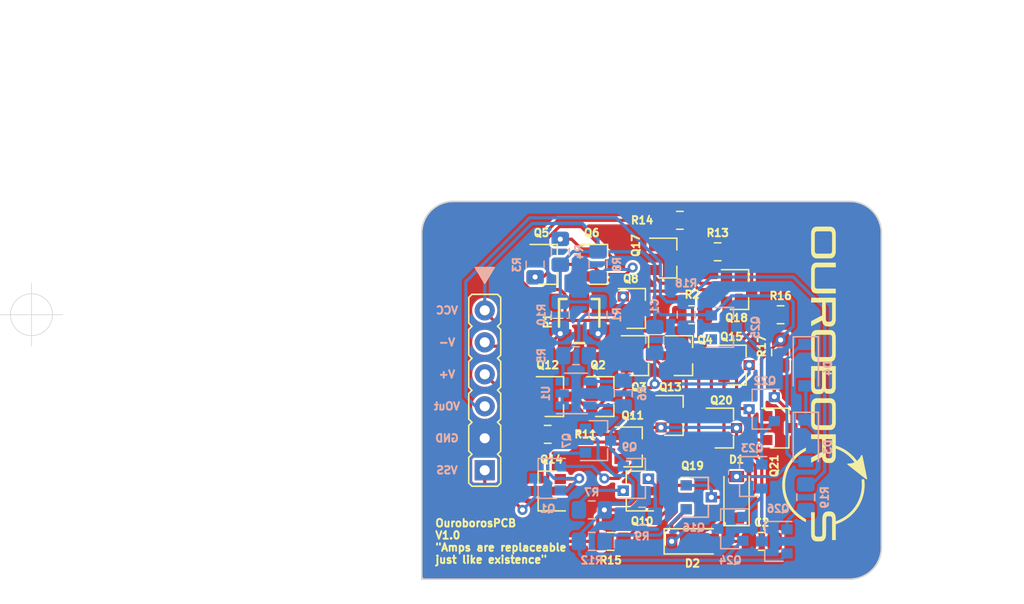
<source format=kicad_pcb>
(kicad_pcb (version 20221018) (generator pcbnew)
  (layers (0 "F.Cu" signal) (31 "B.Cu" signal) (34 "B.Paste" user) (35 "F.Paste" user) (36 "B.SilkS" user "B.Silkscreen") (37 "F.SilkS" user "F.Silkscreen") (38 "B.Mask" user) (39 "F.Mask" user) (44 "Edge.Cuts" user))
  (net 0 "")
  (net 1 "VCC")
  (net 2 "1+")
  (net 3 "1-")
  (net 4 "Net-(C2-Pad2)")
  (net 5 "Net-(D1-Pad2)")
  (net 6 "Net-(D2-Pad1)")
  (net 7 "Vout")
  (net 8 "GND")
  (net 9 "V+")
  (net 10 "VSS")
  (net 11 "Net-(P1-Pad1)")
  (net 12 "Net-(P1-Pad3)")
  (net 13 "Net-(P1-Pad2)")
  (net 14 "Net-(Q1-Pad2)")
  (net 15 "Net-(Q1-Pad1)")
  (net 16 "Net-(Q3-Pad1)")
  (net 17 "Net-(Q11-Pad2)")
  (net 18 "Net-(Q5-Pad2)")
  (net 19 "Net-(Q5-Pad3)")
  (net 20 "Net-(Q7-Pad3)")
  (net 21 "Net-(Q8-Pad1)")
  (net 22 "Net-(Q10-Pad2)")
  (net 23 "Net-(Q10-Pad3)")
  (net 24 "Net-(Q11-Pad1)")
  (net 25 "Net-(Q14-Pad1)")
  (net 26 "Net-(Q15-Pad1)")
  (net 27 "Net-(Q15-Pad2)")
  (net 28 "Net-(Q16-Pad1)")
  (net 29 "Net-(Q17-Pad2)")
  (net 30 "Net-(Q17-Pad3)")
  (net 31 "Net-(Q19-Pad1)")
  (net 32 "Net-(Q21-Pad3)")
  (net 33 "Net-(Q21-Pad2)")
  (net 34 "Net-(Q22-Pad2)")
  (net 35 "Net-(Q23-Pad2)")
  (net 36 "Net-(Q25-Pad1)")
  (net 37 "Net-(Q26-Pad1)")
  (net 38 "Net-(R5-Pad1)")
  (net 39 "V-")
  (footprint "Capacitor_SMD:C_0805_2012Metric_Pad1.15x1.40mm_HandSolder" (layer "F.Cu") (at 116 86 180)
    (fp_text reference "C2")
    (fp_text value "33p")
  )
  (footprint "Diode_SMD:D_SOD-123" (layer "F.Cu") (at 114 82.5 90)
    (fp_text reference "D1")
    (fp_text value "1N4148W")
  )
  (footprint "Diode_SMD:D_SOD-123" (layer "F.Cu") (at 110.5 86)
    (fp_text reference "D2")
    (fp_text value "1N4148W")
  )
  (footprint "acheronConnectors:angle6pinHeader" (layer "F.Cu") (at 94 74 90)
    (fp_text reference "J1")
    (fp_text value "Conn_01x06_Male")
  )
  (footprint "acheronHardware:3313J" (layer "F.Cu") (at 101.5 68.5)
    (fp_text reference "P1")
    (fp_text value "100k")
  )
  (footprint "Package_TO_SOT_SMD:SOT-23" (layer "F.Cu") (at 103.5 74.5)
    (fp_text reference "Q2")
    (fp_text value "2SA1015")
  )
  (footprint "Package_TO_SOT_SMD:SOT-23" (layer "F.Cu") (at 106.25 71.25)
    (fp_text reference "Q3")
    (fp_text value "2SC1815")
  )
  (footprint "Package_TO_SOT_SMD:SOT-23" (layer "F.Cu") (at 106 67.5)
    (fp_text reference "Q8")
    (fp_text value "2SC1815")
  )
  (footprint "Package_TO_SOT_SMD:SOT-23" (layer "F.Cu") (at 106 82 180)
    (fp_text reference "Q10")
    (fp_text value "2SC1815")
  )
  (footprint "Package_TO_SOT_SMD:SOT-23" (layer "F.Cu") (at 105.75 78.5)
    (fp_text reference "Q11")
    (fp_text value "2SC1815")
  )
  (footprint "Package_TO_SOT_SMD:SOT-23" (layer "F.Cu") (at 114 72)
    (fp_text reference "Q15")
    (fp_text value "2SA1015")
  )
  (footprint "Package_TO_SOT_SMD:SOT-23" (layer "F.Cu") (at 114.2 66)
    (fp_text reference "Q18")
    (fp_text value "2SA1015")
  )
  (footprint "Package_TO_SOT_SMD:SOT-23" (layer "F.Cu") (at 111 82.5)
    (fp_text reference "Q19")
    (fp_text value "2SC1815")
  )
  (footprint "Package_TO_SOT_SMD:SOT-23" (layer "F.Cu") (at 113 77)
    (fp_text reference "Q20")
    (fp_text value "2SA1015")
  )
  (footprint "Resistor_SMD:R_0805_2012Metric_Pad1.15x1.40mm_HandSolder" (layer "F.Cu") (at 110.475 68 180)
    (fp_text reference "R2")
    (fp_text value "10R")
  )
  (footprint "Resistor_SMD:R_0805_2012Metric_Pad1.15x1.40mm_HandSolder" (layer "F.Cu") (at 99 77.5)
    (fp_text reference "R11")
    (fp_text value "10R")
  )
  (footprint "Resistor_SMD:R_0805_2012Metric_Pad1.15x1.40mm_HandSolder" (layer "F.Cu") (at 112.5 63)
    (fp_text reference "R13")
    (fp_text value "2k")
  )
  (footprint "Resistor_SMD:R_0805_2012Metric_Pad1.15x1.40mm_HandSolder" (layer "F.Cu") (at 109.5 60.5)
    (fp_text reference "R14")
    (fp_text value "33R")
  )
  (footprint "Resistor_SMD:R_0805_2012Metric_Pad1.15x1.40mm_HandSolder" (layer "F.Cu") (at 104 86)
    (fp_text reference "R15")
    (fp_text value "1R")
  )
  (footprint "Resistor_SMD:R_0805_2012Metric_Pad1.15x1.40mm_HandSolder" (layer "F.Cu") (at 117.5 68 180)
    (fp_text reference "R16")
    (fp_text value "2k")
  )
  (footprint "Resistor_SMD:R_0805_2012Metric_Pad1.15x1.40mm_HandSolder" (layer "F.Cu") (at 117.5 71 -90)
    (fp_text reference "R17")
    (fp_text value "1k")
  )
  (footprint "Package_TO_SOT_SMD:SOT-23" (layer "F.Cu") (at 103 64)
    (fp_text reference "Q6")
    (fp_text value "2SA1015")
  )
  (footprint "Package_TO_SOT_SMD:SOT-23" (layer "F.Cu") (at 109 76)
    (fp_text reference "Q13")
    (fp_text value "2SC1815")
  )
  (footprint "Package_TO_SOT_SMD:SOT-23" (layer "F.Cu") (at 109.75 71.25)
    (fp_text reference "Q4")
    (fp_text value "2SC1815")
  )
  (footprint "Package_TO_SOT_SMD:SOT-23" (layer "F.Cu") (at 99.5 74.5)
    (fp_text reference "Q12")
    (fp_text value "2SA1015")
  )
  (footprint "Package_TO_SOT_SMD:SOT-23" (layer "F.Cu") (at 108.5 63.5)
    (fp_text reference "Q17")
    (fp_text value "2SA1015")
  )
  (footprint "Package_TO_SOT_SMD:SOT-23" (layer "F.Cu") (at 99 64)
    (fp_text reference "Q5")
    (fp_text value "2SA1015")
  )
  (footprint "Package_TO_SOT_SMD:SOT-23" (layer "F.Cu") (at 99 82 180)
    (fp_text reference "Q14")
    (fp_text value "2SA1015")
  )
  (footprint "ouroborosLogo:ouroboros" (layer "F.Cu") (at 121 73.5 -90)
    (fp_text reference "L1" hide)
    (fp_text value "MountingHole" hide)
  )
  (footprint "Package_TO_SOT_SMD:SOT-23" (layer "F.Cu") (at 117.4 77)
    (fp_text reference "Q21")
    (fp_text value "2SA1015")
  )
  (footprint "Diode_SMD:D_SOD-123" (layer "B.Cu") (at 119.5 72 -90)
    (fp_text reference "D4")
    (fp_text value "1N4148W")
  )
  (footprint "Package_TO_SOT_SMD:SOT-23" (layer "B.Cu") (at 103 78)
    (fp_text reference "Q7")
    (fp_text value "2SA1015")
  )
  (footprint "Package_TO_SOT_SMD:SOT-23" (layer "B.Cu") (at 106 81)
    (fp_text reference "Q9")
    (fp_text value "2SC1815")
  )
  (footprint "Package_TO_SOT_SMD:SOT-23" (layer "B.Cu") (at 111 82.5)
    (fp_text reference "Q16")
    (fp_text value "2SC1815")
  )
  (footprint "Package_TO_SOT_SMD:SOT-23" (layer "B.Cu") (at 116 75.5 180)
    (fp_text reference "Q22")
    (fp_text value "2SA1015")
  )
  (footprint "Package_TO_SOT_SMD:SOT-23" (layer "B.Cu") (at 115 80.85 180)
    (fp_text reference "Q23")
    (fp_text value "2SA1015")
  )
  (footprint "Package_TO_SOT_SMD:SOT-23" (layer "B.Cu") (at 113 69)
    (fp_text reference "Q25")
    (fp_text value "2SC1815")
  )
  (footprint "Package_TO_SOT_SMD:SOT-23" (layer "B.Cu") (at 117 86 180)
    (fp_text reference "Q26")
    (fp_text value "2SA1015")
  )
  (footprint "Resistor_SMD:R_0805_2012Metric_Pad1.15x1.40mm_HandSolder" (layer "B.Cu") (at 98 64 -90)
    (fp_text reference "R3")
    (fp_text value "2.2k")
  )
  (footprint "Resistor_SMD:R_0805_2012Metric_Pad1.15x1.40mm_HandSolder" (layer "B.Cu") (at 100 63 90)
    (fp_text reference "R4")
    (fp_text value "100")
  )
  (footprint "Resistor_SMD:R_0805_2012Metric_Pad1.15x1.40mm_HandSolder" (layer "B.Cu") (at 101.25 71.25 180)
    (fp_text reference "R5")
    (fp_text value "5.6k")
  )
  (footprint "Resistor_SMD:R_0805_2012Metric_Pad1.15x1.40mm_HandSolder" (layer "B.Cu") (at 105 74.25 90)
    (fp_text reference "R6")
    (fp_text value "10k")
  )
  (footprint "Resistor_SMD:R_0805_2012Metric_Pad1.15x1.40mm_HandSolder" (layer "B.Cu") (at 102.5 83.5 180)
    (fp_text reference "R7")
    (fp_text value "33R")
  )
  (footprint "Resistor_SMD:R_0805_2012Metric_Pad1.15x1.40mm_HandSolder" (layer "B.Cu") (at 103 64 90)
    (fp_text reference "R8")
    (fp_text value "10k")
  )
  (footprint "Resistor_SMD:R_0805_2012Metric_Pad1.15x1.40mm_HandSolder" (layer "B.Cu") (at 106.5 84 180)
    (fp_text reference "R9")
    (fp_text value "1k")
  )
  (footprint "Resistor_SMD:R_0805_2012Metric_Pad1.15x1.40mm_HandSolder" (layer "B.Cu") (at 100 68 90)
    (fp_text reference "R10")
    (fp_text value "10k")
  )
  (footprint "Resistor_SMD:R_0805_2012Metric_Pad1.15x1.40mm_HandSolder" (layer "B.Cu") (at 110 68 -90)
    (fp_text reference "R18")
    (fp_text value "1R")
  )
  (footprint "Resistor_SMD:R_0805_2012Metric_Pad1.15x1.40mm_HandSolder" (layer "B.Cu") (at 119.5 82.5 90)
    (fp_text reference "R19")
    (fp_text value "1R")
  )
  (footprint "Package_TO_SOT_SMD:SOT-23-5" (layer "B.Cu") (at 101.25 74.25)
    (fp_text reference "U1")
    (fp_text value "TL431DBV")
  )
  (footprint "Capacitor_SMD:C_0805_2012Metric_Pad1.15x1.40mm_HandSolder" (layer "B.Cu") (at 107.5 70 90)
    (fp_text reference "C1")
    (fp_text value "33p")
  )
  (footprint "Package_TO_SOT_SMD:SOT-23" (layer "B.Cu") (at 113.5 85 180)
    (fp_text reference "Q24")
    (fp_text value "2SA1015")
  )
  (footprint "Resistor_SMD:R_0805_2012Metric_Pad1.15x1.40mm_HandSolder" (layer "B.Cu") (at 102.5 86)
    (fp_text reference "R12")
    (fp_text value "1R")
  )
  (footprint "Resistor_SMD:R_0805_2012Metric_Pad1.15x1.40mm_HandSolder" (layer "B.Cu") (at 103 68 90)
    (fp_text reference "R1")
    (fp_text value "10k")
  )
  (footprint "Package_TO_SOT_SMD:SOT-23" (layer "B.Cu") (at 99 81 180)
    (fp_text reference "Q1")
    (fp_text value "2SA1015")
  )
  (footprint "Diode_SMD:D_SOD-123" (layer "B.Cu") (at 119.5 78 -90)
    (fp_text reference "D3")
    (fp_text value "1N4148W")
  )
  (gr_poly (pts (xy 93.25 64.25) (xy 94.75 64.25) (xy 94 65.5)) (stroke (width 0.1)) (fill solid) (layer "B.SilkS"))
  (gr_poly (pts (xy 94.75 64.25) (xy 93.25 64.25) (xy 94 65.5)) (stroke (width 0.1)) (fill solid) (layer "F.SilkS"))
  (gr_line (start 89 89) (end 89 61.5) (stroke (width 0.12)) (layer "Edge.Cuts"))
  (gr_arc (start 125.5 86.5) (mid 124.767767 88.267767) (end 123 89) (stroke (width 0.12)) (layer "Edge.Cuts"))
  (gr_arc (start 123 59) (mid 124.767767 59.732233) (end 125.5 61.5) (stroke (width 0.12)) (layer "Edge.Cuts"))
  (gr_line (start 125.5 61.5) (end 125.5 86.5) (stroke (width 0.12)) (layer "Edge.Cuts"))
  (gr_line (start 91.5 59) (end 123 59) (stroke (width 0.12)) (layer "Edge.Cuts"))
  (gr_arc (start 89 61.5) (mid 89.732233 59.732233) (end 91.5 59) (stroke (width 0.12)) (layer "Edge.Cuts"))
  (gr_line (start 123 89) (end 89 89) (stroke (width 0.12)) (layer "Edge.Cuts"))
  (gr_text "V-" (at 91 70.19) (layer "B.SilkS") (effects (font (size 0.6 0.6)) (justify mirror)))
  (gr_text "V+" (at 91 72.73) (layer "B.SilkS") (effects (font (size 0.6 0.6)) (justify mirror)))
  (gr_text "VOut" (at 91 75.27) (layer "B.SilkS") (effects (font (size 0.6 0.6)) (justify mirror)))
  (gr_text "GND" (at 91 77.81) (layer "B.SilkS") (effects (font (size 0.6 0.6)) (justify mirror)))
  (gr_text "VSS" (at 91 80.35) (layer "B.SilkS") (effects (font (size 0.6 0.6)) (justify mirror)))
  (gr_text "VCC" (at 91 67.65) (layer "B.SilkS") (effects (font (size 0.6 0.6)) (justify mirror)))
  (gr_text "OuroborosPCB\nV1.0\n\"Amps are replaceable\njust like existence\"" (at 90 86) (layer "F.SilkS") (effects (font (size 0.6 0.6)) (justify left)))
  (target plus (at 58 68) (size 5) (width 0.05) (layer "Edge.Cuts"))
  (segment (start 100.15 75.2) (end 100.15 74.25) (width 0.25) (layer "B.Cu") (net 0))
  (segment (start 117 70.5) (end 117 70.5) (width 0.25) (layer "F.Cu") (net 1))
  (segment (start 97 64) (end 97 65.385002) (width 0.25) (layer "F.Cu") (net 1))
  (segment (start 98 62.290588) (end 98 63) (width 0.25) (layer "F.Cu") (net 1))
  (segment (start 100.37499 68.37499) (end 100.45 68.45) (width 0.25) (layer "F.Cu") (net 1))
  (segment (start 100.37499 66.37499) (end 100.37499 68.37499) (width 0.25) (layer "F.Cu") (net 1))
  (segment (start 106.1 60.5) (end 108.5 60.5) (width 0.25) (layer "F.Cu") (net 1))
  (segment (start 116 75.5) (end 116.5 76) (width 0.25) (layer "F.Cu") (net 1))
  (segment (start 117 70.5) (end 117 70.5) (width 0.25) (layer "F.Cu") (net 1))
  (segment (start 107.5 61.9) (end 106.1 60.5) (width 0.25) (layer "F.Cu") (net 1))
  (segment (start 107.5 62.55) (end 107.5 61.9) (width 0.25) (layer "F.Cu") (net 1))
  (segment (start 115.97499 73.27501) (end 115.97499 71.52501) (width 0.25) (layer "F.Cu") (net 1))
  (segment (start 97.614998 66) (end 100 66) (width 0.25) (layer "F.Cu") (net 1))
  (segment (start 98.05 68.45) (end 94.7 68.45) (width 0.25) (layer "F.Cu") (net 1))
  (segment (start 99.790588 60.5) (end 98 62.290588) (width 0.25) (layer "F.Cu") (net 1))
  (segment (start 115.97499 75.5) (end 116 75.5) (width 0.25) (layer "F.Cu") (net 1))
  (segment (start 100 66) (end 100.37499 66.37499) (width 0.25) (layer "F.Cu") (net 1))
  (segment (start 115.97499 71.52501) (end 117 70.5) (width 0.25) (layer "F.Cu") (net 1))
  (segment (start 98 63.05) (end 98.05 63.05) (width 0.25) (layer "F.Cu") (net 1))
  (segment (start 115.97499 73.27501) (end 115.97499 75.5) (width 0.25) (layer "F.Cu") (net 1))
  (segment (start 97 65.385002) (end 97.614998 66) (width 0.25) (layer "F.Cu") (net 1))
  (segment (start 105 68.45) (end 100.45 68.45) (width 0.25) (layer "F.Cu") (net 1))
  (segment (start 100.45 68.45) (end 98.05 68.45) (width 0.25) (layer "F.Cu") (net 1))
  (segment (start 97.95 63.05) (end 97 64) (width 0.25) (layer "F.Cu") (net 1))
  (segment (start 94 67.75) (end 93.75 67.75) (width 0.25) (layer "F.Cu") (net 1))
  (segment (start 106.1 60.5) (end 99.790588 60.5) (width 0.25) (layer "F.Cu") (net 1))
  (segment (start 98 63.05) (end 97.95 63.05) (width 0.25) (layer "F.Cu") (net 1))
  (segment (start 94.7 68.45) (end 94 67.75) (width 0.25) (layer "F.Cu") (net 1))
  (via (at 117.5 70) (size 0.8) (drill 0.4) (layers "F.Cu" "B.Cu") (net 1))
  (segment (start 107.5 64) (end 106.5 63) (width 0.25) (layer "B.Cu") (net 1))
  (segment (start 103 62.975) (end 101.025 62.975) (width 0.25) (layer "B.Cu") (net 1))
  (segment (start 103 62) (end 101.75 60.75) (width 0.25) (layer "B.Cu") (net 1))
  (segment (start 102.975 66.975) (end 103 67) (width 0.25) (layer "B.Cu") (net 1))
  (segment (start 113.6 66.5) (end 114 66.5) (width 0.25) (layer "B.Cu") (net 1))
  (segment (start 107.5 67.5) (end 108 68) (width 0.25) (layer "B.Cu") (net 1))
  (segment (start 107.5 67.5) (end 107.5 64) (width 0.25) (layer "B.Cu") (net 1))
  (segment (start 94 64.5) (end 94 68) (width 0.25) (layer "B.Cu") (net 1))
  (segment (start 112 68.05) (end 112.05 68.05) (width 0.25) (layer "B.Cu") (net 1))
  (segment (start 100 66.975) (end 102.975 66.975) (width 0.25) (layer "B.Cu") (net 1))
  (segment (start 118 66.5) (end 114 66.5) (width 0.25) (layer "B.Cu") (net 1))
  (segment (start 107.5 68.975) (end 107.5 67.976998) (width 0.25) (layer "B.Cu") (net 1))
  (segment (start 118.5 68.9) (end 118.5 67) (width 0.25) (layer "B.Cu") (net 1))
  (segment (start 103 62.975) (end 103 62) (width 0.25) (layer "B.Cu") (net 1))
  (segment (start 117 70.4) (end 118.5 68.9) (width 0.25) (layer "B.Cu") (net 1))
  (segment (start 107.5 67.976998) (end 107.5 67.5) (width 0.25) (layer "B.Cu") (net 1))
  (segment (start 101.75 60.75) (end 97.75 60.75) (width 0.25) (layer "B.Cu") (net 1))
  (segment (start 100 64.025) (end 100 67) (width 0.25) (layer "B.Cu") (net 1))
  (segment (start 97.75 60.75) (end 94 64.5) (width 0.25) (layer "B.Cu") (net 1))
  (segment (start 101.025 62.975) (end 100 64) (width 0.25) (layer "B.Cu") (net 1))
  (segment (start 108 68) (end 112 68) (width 0.25) (layer "B.Cu") (net 1))
  (segment (start 112.05 68.05) (end 113.6 66.5) (width 0.25) (layer "B.Cu") (net 1))
  (segment (start 118.5 67) (end 118 66.5) (width 0.25) (layer "B.Cu") (net 1))
  (segment (start 106.5 63) (end 103 63) (width 0.25) (layer "B.Cu") (net 1))
  (segment (start 107.5 73.5) (end 107.5 73.5) (width 0.25) (layer "F.Cu") (net 2))
  (segment (start 104.5 74.5) (end 103.8 74.5) (width 0.25) (layer "F.Cu") (net 2))
  (segment (start 107.2 73.8) (end 107.5 73.5) (width 0.25) (layer "F.Cu") (net 2))
  (segment (start 102.8 75.5) (end 102.5 75.5) (width 0.25) (layer "F.Cu") (net 2))
  (segment (start 105.25 73.8) (end 107.2 73.8) (width 0.25) (layer "F.Cu") (net 2))
  (segment (start 105.25 73.8) (end 104.55 74.5) (width 0.25) (layer "F.Cu") (net 2))
  (segment (start 102.2 75.5) (end 102.5 75.5) (width 0.25) (layer "F.Cu") (net 2))
  (segment (start 100.5 74.5) (end 101.2 74.5) (width 0.25) (layer "F.Cu") (net 2))
  (segment (start 101.2 74.5) (end 102.2 75.5) (width 0.25) (layer "F.Cu") (net 2))
  (segment (start 103.8 74.5) (end 102.8 75.5) (width 0.25) (layer "F.Cu") (net 2))
  (segment (start 105.25 72.2) (end 105.25 73.8) (width 0.25) (layer "F.Cu") (net 2))
  (via (at 115 72) (size 0.8) (drill 0.4) (layers "F.Cu" "B.Cu") (net 2))
  (via (at 107.5 73.5) (size 0.8) (drill 0.4) (layers "F.Cu" "B.Cu") (net 2))
  (segment (start 107.5 73.5) (end 107.5 71) (width 0.25) (layer "B.Cu") (net 2))
  (segment (start 115 72.65) (end 115 72) (width 0.25) (layer "B.Cu") (net 2))
  (segment (start 114.15 73.5) (end 115 72.65) (width 0.25) (layer "B.Cu") (net 2))
  (segment (start 107.5 73.5) (end 114.15 73.5) (width 0.25) (layer "B.Cu") (net 2))
  (segment (start 108 76.95) (end 108 76.95) (width 0.25) (layer "F.Cu") (net 3))
  (segment (start 99 78.06319) (end 99.46182 78.52501) (width 0.25) (layer "F.Cu") (net 3))
  (segment (start 104.048621 78.275001) (end 105.460001 78.275001) (width 0.25) (layer "F.Cu") (net 3))
  (segment (start 98.5 75.5) (end 99 76) (width 0.25) (layer "F.Cu") (net 3))
  (segment (start 116 79.86359) (end 116 84.5) (width 0.25) (layer "F.Cu") (net 3))
  (segment (start 115.186401 79.049991) (end 116 79.86359) (width 0.25) (layer "F.Cu") (net 3))
  (segment (start 115.186401 79.049991) (end 114.549991 79.049991) (width 0.25) (layer "F.Cu") (net 3))
  (segment (start 114 77) (end 114 78.5) (width 0.25) (layer "F.Cu") (net 3))
  (segment (start 100.58818 78.52501) (end 101 78.11319) (width 0.25) (layer "F.Cu") (net 3))
  (segment (start 101 78.11319) (end 103.88681 78.11319) (width 0.25) (layer "F.Cu") (net 3))
  (segment (start 114.549991 79.049991) (end 114 78.5) (width 0.25) (layer "F.Cu") (net 3))
  (segment (start 103.88681 78.11319) (end 104.048621 78.275001) (width 0.25) (layer "F.Cu") (net 3))
  (segment (start 99.46182 78.52501) (end 100.58818 78.52501) (width 0.25) (layer "F.Cu") (net 3))
  (segment (start 98.5 75.45) (end 98.5 75.5) (width 0.25) (layer "F.Cu") (net 3))
  (segment (start 116 84.5) (end 117 85.5) (width 0.25) (layer "F.Cu") (net 3))
  (segment (start 99 76) (end 99 78.06319) (width 0.25) (layer "F.Cu") (net 3))
  (segment (start 105.460001 78.275001) (end 106.785002 76.95) (width 0.25) (layer "F.Cu") (net 3))
  (segment (start 106.785002 76.95) (end 108 76.95) (width 0.25) (layer "F.Cu") (net 3))
  (via (at 108 76.95) (size 0.8) (drill 0.4) (layers "F.Cu" "B.Cu") (net 3))
  (via (at 114 77) (size 0.8) (drill 0.4) (layers "F.Cu" "B.Cu") (net 3))
  (segment (start 113.95 76.95) (end 114 77) (width 0.25) (layer "B.Cu") (net 3))
  (segment (start 108 76.95) (end 113.95 76.95) (width 0.25) (layer "B.Cu") (net 3))
  (segment (start 114 84.15) (end 113.15 84.15) (width 0.25) (layer "F.Cu") (net 4))
  (segment (start 112.15 86) (end 115 86) (width 0.25) (layer "F.Cu") (net 4))
  (segment (start 112.15 85.15) (end 112.65 84.65) (width 0.25) (layer "F.Cu") (net 4))
  (segment (start 113.15 84.15) (end 112.65 84.65) (width 0.25) (layer "F.Cu") (net 4))
  (segment (start 112.15 86) (end 112.15 85.15) (width 0.25) (layer "F.Cu") (net 4))
  (segment (start 114 80.85) (end 112.85 80.85) (width 0.25) (layer "F.Cu") (net 5))
  (segment (start 114 80.85) (end 114 80.85) (width 0.25) (layer "F.Cu") (net 5))
  (segment (start 112.85 80.85) (end 112 80) (width 0.25) (layer "F.Cu") (net 5))
  (segment (start 112 77.95) (end 112 80) (width 0.25) (layer "F.Cu") (net 5))
  (via (at 114 80.85) (size 0.8) (drill 0.4) (layers "F.Cu" "B.Cu") (net 5))
  (segment (start 118 71.5) (end 119 70.5) (width 0.25) (layer "B.Cu") (net 5))
  (segment (start 118.65 79.65) (end 118.5 79.5) (width 0.25) (layer "B.Cu") (net 5))
  (segment (start 118 79) (end 118 71.5) (width 0.25) (layer "B.Cu") (net 5))
  (segment (start 119.5 79.65) (end 118.65 79.65) (width 0.25) (layer "B.Cu") (net 5))
  (segment (start 119 70.5) (end 119.5 70.5) (width 0.25) (layer "B.Cu") (net 5))
  (segment (start 118.5 79.5) (end 118 79) (width 0.25) (layer "B.Cu") (net 5))
  (segment (start 117.15 80.85) (end 118.5 79.5) (width 0.25) (layer "B.Cu") (net 5))
  (segment (start 114 80.85) (end 117.15 80.85) (width 0.25) (layer "B.Cu") (net 5))
  (segment (start 108.85 86) (end 108.85 84.65) (width 0.25) (layer "F.Cu") (net 6))
  (segment (start 108.85 84.65) (end 110 83.5) (width 0.25) (layer "F.Cu") (net 6))
  (segment (start 110 83.45) (end 110 83.5) (width 0.25) (layer "F.Cu") (net 6))
  (segment (start 108.85 86) (end 108.85 86) (width 0.25) (layer "F.Cu") (net 6))
  (via (at 108.85 86) (size 0.8) (drill 0.4) (layers "F.Cu" "B.Cu") (net 6))
  (segment (start 110 85) (end 109 86) (width 0.25) (layer "B.Cu") (net 6))
  (segment (start 112.5 85) (end 110 85) (width 0.25) (layer "B.Cu") (net 6))
  (segment (start 121 80.45) (end 121 78.5) (width 0.25) (layer "B.Cu") (net 7))
  (segment (start 108.475 66.975) (end 107.95001 66.45001) (width 0.25) (layer "B.Cu") (net 7))
  (segment (start 107.95001 66.45001) (end 107.950009 63.813599) (width 0.25) (layer "B.Cu") (net 7))
  (segment (start 110 66.975) (end 111.975 65) (width 0.25) (layer "B.Cu") (net 7))
  (segment (start 92.5 65.36359) (end 92.5 71.5) (width 0.25) (layer "B.Cu") (net 7))
  (segment (start 119.5 81.475) (end 119.975 81.475) (width 0.25) (layer "B.Cu") (net 7))
  (segment (start 111.975 65) (end 118.5 65) (width 0.25) (layer "B.Cu") (net 7))
  (segment (start 121 67.5) (end 121 78.5) (width 0.25) (layer "B.Cu") (net 7))
  (segment (start 107.950009 63.813599) (end 104.436399 60.29999) (width 0.25) (layer "B.Cu") (net 7))
  (segment (start 119.975 81.475) (end 121 80.45) (width 0.25) (layer "B.Cu") (net 7))
  (segment (start 92.5 74.5) (end 93.5 75.5) (width 0.25) (layer "B.Cu") (net 7))
  (segment (start 110 66.975) (end 108.475 66.975) (width 0.25) (layer "B.Cu") (net 7))
  (segment (start 119.5 76.35) (end 119.5 73.5) (width 0.25) (layer "B.Cu") (net 7))
  (segment (start 104.436399 60.29999) (end 97.563599 60.299991) (width 0.25) (layer "B.Cu") (net 7))
  (segment (start 97.563599 60.299991) (end 92.5 65.36359) (width 0.25) (layer "B.Cu") (net 7))
  (segment (start 118.5 65) (end 121 67.5) (width 0.25) (layer "B.Cu") (net 7))
  (segment (start 92.5 71.5) (end 92.5 74.5) (width 0.25) (layer "B.Cu") (net 7))
  (segment (start 121 78.5) (end 121 78) (width 0.25) (layer "B.Cu") (net 7))
  (segment (start 121 78) (end 119.5 76.5) (width 0.25) (layer "B.Cu") (net 7))
  (segment (start 97 83.5) (end 97 83.5) (width 0.25) (layer "F.Cu") (net 9))
  (segment (start 96 82.5) (end 97 83.5) (width 0.25) (layer "F.Cu") (net 9))
  (segment (start 94 72.73) (end 96 74.73) (width 0.25) (layer "F.Cu") (net 9))
  (segment (start 96 74.73) (end 96 82.5) (width 0.25) (layer "F.Cu") (net 9))
  (via (at 97 83.5) (size 0.8) (drill 0.4) (layers "F.Cu" "B.Cu") (net 9))
  (segment (start 97 83.5) (end 98 82.5) (width 0.25) (layer "B.Cu") (net 9))
  (segment (start 98 82.5) (end 98 81) (width 0.25) (layer "B.Cu") (net 9))
  (segment (start 103.5 83.5) (end 103.5 83.5) (width 0.25) (layer "F.Cu") (net 10))
  (segment (start 94 83) (end 94 80) (width 0.25) (layer "F.Cu") (net 10))
  (segment (start 106.3 82.95) (end 105.75 83.5) (width 0.25) (layer "F.Cu") (net 10))
  (segment (start 102.975 86) (end 102.975 84.025) (width 0.25) (layer "F.Cu") (net 10))
  (segment (start 105.75 83.5) (end 103.5 83.5) (width 0.25) (layer "F.Cu") (net 10))
  (segment (start 97 86) (end 94 83) (width 0.25) (layer "F.Cu") (net 10))
  (segment (start 107 82.95) (end 106.3 82.95) (width 0.25) (layer "F.Cu") (net 10))
  (segment (start 102.975 84.025) (end 103.5 83.5) (width 0.25) (layer "F.Cu") (net 10))
  (segment (start 100.7 86) (end 101.5 86) (width 0.25) (layer "F.Cu") (net 10))
  (segment (start 101.475 86) (end 103 86) (width 0.25) (layer "F.Cu") (net 10))
  (segment (start 101.475 86) (end 97 86) (width 0.25) (layer "F.Cu") (net 10))
  (via (at 103.5 83.5) (size 0.8) (drill 0.4) (layers "F.Cu" "B.Cu") (net 10))
  (segment (start 114.5 85.95) (end 114.45 85.95) (width 0.25) (layer "B.Cu") (net 10))
  (segment (start 103.5 83.5) (end 104.02501 82.97499) (width 0.25) (layer "B.Cu") (net 10))
  (segment (start 103.5 84) (end 103.5 83.5) (width 0.25) (layer "B.Cu") (net 10))
  (segment (start 103.5 83.5) (end 101.5 85.5) (width 0.25) (layer "B.Cu") (net 10))
  (segment (start 104.348003 80.775001) (end 103 79.426998) (width 0.25) (layer "B.Cu") (net 10))
  (segment (start 94.021412 79.978588) (end 94 80) (width 0.25) (layer "B.Cu") (net 10))
  (segment (start 105.410012 82.97499) (end 105.775001 82.610001) (width 0.25) (layer "B.Cu") (net 10))
  (segment (start 103.5 83.975) (end 103.5 83.5) (width 0.25) (layer "B.Cu") (net 10))
  (segment (start 104.02501 82.97499) (end 105.410012 82.97499) (width 0.25) (layer "B.Cu") (net 10))
  (segment (start 117.5 87.5) (end 118 87) (width 0.25) (layer "B.Cu") (net 10))
  (segment (start 103 78) (end 102 77) (width 0.25) (layer "B.Cu") (net 10))
  (segment (start 105.260003 80.775001) (end 104.348003 80.775001) (width 0.25) (layer "B.Cu") (net 10))
  (segment (start 101.5 87) (end 101.5 86) (width 0.25) (layer "B.Cu") (net 10))
  (segment (start 112.9 87.5) (end 102 87.5) (width 0.25) (layer "B.Cu") (net 10))
  (segment (start 114.45 85.95) (end 112.9 87.5) (width 0.25) (layer "B.Cu") (net 10))
  (segment (start 105.775001 81.289999) (end 105.260003 80.775001) (width 0.25) (layer "B.Cu") (net 10))
  (segment (start 102 87.5) (end 101.5 87) (width 0.25) (layer "B.Cu") (net 10))
  (segment (start 112.9 87.5) (end 117.5 87.5) (width 0.25) (layer "B.Cu") (net 10))
  (segment (start 105.775001 82.610001) (end 105.775001 81.289999) (width 0.25) (layer "B.Cu") (net 10))
  (segment (start 103 79.426998) (end 103 78) (width 0.25) (layer "B.Cu") (net 10))
  (segment (start 102.5 73.55) (end 102.5 70) (width 0.25) (layer "F.Cu") (net 11))
  (via (at 103 69.5) (size 0.8) (drill 0.4) (layers "F.Cu" "B.Cu") (net 11))
  (segment (start 98.5 71) (end 100 69.5) (width 0.25) (layer "F.Cu") (net 12))
  (segment (start 98.5 73.55) (end 98.5 71) (width 0.25) (layer "F.Cu") (net 12))
  (via (at 100 69.5) (size 0.8) (drill 0.4) (layers "F.Cu" "B.Cu") (net 12))
  (segment (start 102.724999 64.224999) (end 101.411411 64.224999) (width 0.25) (layer "F.Cu") (net 13))
  (segment (start 105.20001 64.79999) (end 103.29999 64.79999) (width 0.25) (layer "F.Cu") (net 13))
  (segment (start 101 64.63641) (end 101 66.75) (width 0.25) (layer "F.Cu") (net 13))
  (segment (start 105.75 64.25) (end 105.20001 64.79999) (width 0.25) (layer "F.Cu") (net 13))
  (segment (start 103.29999 64.79999) (end 102.724999 64.224999) (width 0.25) (layer "F.Cu") (net 13))
  (segment (start 101.411411 64.224999) (end 101 64.63641) (width 0.25) (layer "F.Cu") (net 13))
  (via (at 105.75 64.25) (size 0.8) (drill 0.4) (layers "F.Cu" "B.Cu") (net 13))
  (segment (start 105.75 64.25) (end 105.75 64.25) (width 0.25) (layer "B.Cu") (net 13))
  (segment (start 103.623372 64.401628) (end 105.598372 64.401628) (width 0.25) (layer "B.Cu") (net 13))
  (segment (start 103 65.025) (end 103.623372 64.401628) (width 0.25) (layer "B.Cu") (net 13))
  (segment (start 105.598372 64.401628) (end 105.75 64.25) (width 0.25) (layer "B.Cu") (net 13))
  (segment (start 101.45 81.05) (end 101.5 81) (width 0.25) (layer "F.Cu") (net 14))
  (segment (start 100 81.05) (end 101.45 81.05) (width 0.25) (layer "F.Cu") (net 14))
  (via (at 101.5 81) (size 0.8) (drill 0.4) (layers "F.Cu" "B.Cu") (net 14))
  (segment (start 99.614998 79) (end 102 79) (width 0.25) (layer "B.Cu") (net 14))
  (segment (start 100.5 82) (end 100 82) (width 0.25) (layer "B.Cu") (net 14))
  (segment (start 101.5 81) (end 100.5 82) (width 0.25) (layer "B.Cu") (net 14))
  (segment (start 99 79.614998) (end 99.614998 79) (width 0.25) (layer "B.Cu") (net 14))
  (segment (start 99 80.485002) (end 99 79.614998) (width 0.25) (layer "B.Cu") (net 14))
  (segment (start 101.5 81) (end 99.514998 81) (width 0.25) (layer "B.Cu") (net 14))
  (segment (start 99.514998 81) (end 99 80.485002) (width 0.25) (layer "B.Cu") (net 14))
  (segment (start 103.5 81) (end 104.635002 81) (width 0.25) (layer "F.Cu") (net 15))
  (segment (start 111 72.5) (end 111.525001 71.974999) (width 0.25) (layer "F.Cu") (net 15))
  (segment (start 111 69.949998) (end 111 68.5) (width 0.25) (layer "F.Cu") (net 15))
  (segment (start 104.635002 81) (end 105.691797 79.943205) (width 0.25) (layer "F.Cu") (net 15))
  (segment (start 111 68.5) (end 111.5 68) (width 0.25) (layer "F.Cu") (net 15))
  (segment (start 105.691797 79.943205) (end 108.443205 79.943205) (width 0.25) (layer "F.Cu") (net 15))
  (segment (start 111.525001 70.474999) (end 111 69.949998) (width 0.25) (layer "F.Cu") (net 15))
  (segment (start 111.525001 71.974999) (end 111.525001 70.474999) (width 0.25) (layer "F.Cu") (net 15))
  (segment (start 111 77.38641) (end 111 72.5) (width 0.25) (layer "F.Cu") (net 15))
  (segment (start 108.443205 79.943205) (end 111 77.38641) (width 0.25) (layer "F.Cu") (net 15))
  (via (at 103.5 81) (size 0.8) (drill 0.4) (layers "F.Cu" "B.Cu") (net 15))
  (segment (start 100 80.05) (end 102.55 80.05) (width 0.25) (layer "B.Cu") (net 15))
  (segment (start 102.55 80.05) (end 103.5 81) (width 0.25) (layer "B.Cu") (net 15))
  (segment (start 105.25 70.25) (end 105.75 69.75) (width 0.25) (layer "F.Cu") (net 16))
  (segment (start 108.25 69.75) (end 108.75 70.25) (width 0.25) (layer "F.Cu") (net 16))
  (segment (start 105.75 69.75) (end 108.25 69.75) (width 0.25) (layer "F.Cu") (net 16))
  (segment (start 108.75 68.25) (end 109.5 67.5) (width 0.25) (layer "F.Cu") (net 16))
  (segment (start 108.75 70.3) (end 108.75 68.5) (width 0.25) (layer "F.Cu") (net 16))
  (segment (start 108.75 68.5) (end 108.75 68.25) (width 0.25) (layer "F.Cu") (net 16))
  (segment (start 105.25 70.3) (end 105.25 70.25) (width 0.25) (layer "F.Cu") (net 16))
  (segment (start 109.25 78.5) (end 110 77.75) (width 0.25) (layer "F.Cu") (net 17))
  (segment (start 110.125 66.125) (end 110.5 66.5) (width 0.25) (layer "F.Cu") (net 17))
  (segment (start 108.75 72.2) (end 108.2 72.2) (width 0.25) (layer "F.Cu") (net 17))
  (segment (start 106.75 78.5) (end 107.885002 78.5) (width 0.25) (layer "F.Cu") (net 17))
  (segment (start 108.75 72.2) (end 110.05 72.2) (width 0.25) (layer "F.Cu") (net 17))
  (segment (start 107 67.5) (end 107 66.25) (width 0.25) (layer "F.Cu") (net 17))
  (segment (start 107 66.25) (end 106.875 66.125) (width 0.25) (layer "F.Cu") (net 17))
  (segment (start 110 77.75) (end 110 75.75) (width 0.25) (layer "F.Cu") (net 17))
  (segment (start 106.875 66.125) (end 106 65.25) (width 0.25) (layer "F.Cu") (net 17))
  (segment (start 102 65) (end 102.25 65.25) (width 0.25) (layer "F.Cu") (net 17))
  (segment (start 102 64.95) (end 102 65) (width 0.25) (layer "F.Cu") (net 17))
  (segment (start 102.25 65.25) (end 106 65.25) (width 0.25) (layer "F.Cu") (net 17))
  (segment (start 106.875 66.125) (end 110.125 66.125) (width 0.25) (layer "F.Cu") (net 17))
  (segment (start 108.2 72.2) (end 107.25 71.25) (width 0.25) (layer "F.Cu") (net 17))
  (segment (start 107.885002 78.5) (end 109.25 78.5) (width 0.25) (layer "F.Cu") (net 17))
  (segment (start 110 76) (end 110 72.2) (width 0.25) (layer "F.Cu") (net 17))
  (segment (start 110.5 66.5) (end 110.5 71) (width 0.25) (layer "F.Cu") (net 17))
  (segment (start 110.05 72.2) (end 110.75 71.5) (width 0.25) (layer "F.Cu") (net 17))
  (segment (start 104.75 79.45) (end 106.05 79.45) (width 0.25) (layer "F.Cu") (net 17))
  (segment (start 106.05 79.45) (end 106.75 78.75) (width 0.25) (layer "F.Cu") (net 17))
  (segment (start 98.7 64.95) (end 99 64.65) (width 0.25) (layer "F.Cu") (net 18))
  (segment (start 104 64) (end 104 63.35) (width 0.25) (layer "F.Cu") (net 18))
  (segment (start 99.926998 61) (end 101.65 61) (width 0.25) (layer "F.Cu") (net 18))
  (segment (start 99 61.926998) (end 99.926998 61) (width 0.25) (layer "F.Cu") (net 18))
  (segment (start 99 64.65) (end 99 61.926998) (width 0.25) (layer "F.Cu") (net 18))
  (segment (start 98 64.95) (end 98.7 64.95) (width 0.25) (layer "F.Cu") (net 18))
  (segment (start 104 63.35) (end 101.65 61) (width 0.25) (layer "F.Cu") (net 18))
  (via (at 98 65) (size 0.8) (drill 0.4) (layers "F.Cu" "B.Cu") (net 18))
  (segment (start 102 63.05) (end 101.95 63.05) (width 0.25) (layer "F.Cu") (net 19))
  (segment (start 100 64) (end 101 64) (width 0.25) (layer "F.Cu") (net 19))
  (segment (start 100.9 62) (end 100 62) (width 0.25) (layer "F.Cu") (net 19))
  (segment (start 101 64) (end 102 63) (width 0.25) (layer "F.Cu") (net 19))
  (segment (start 101.95 63.05) (end 100.9 62) (width 0.25) (layer "F.Cu") (net 19))
  (via (at 100 62) (size 0.8) (drill 0.4) (layers "F.Cu" "B.Cu") (net 19))
  (segment (start 104 78) (end 104 77.35) (width 0.25) (layer "B.Cu") (net 20))
  (segment (start 104 78) (end 104 78.65) (width 0.25) (layer "B.Cu") (net 20))
  (segment (start 104 78.65) (end 105 79.65) (width 0.25) (layer "B.Cu") (net 20))
  (segment (start 105 76.35) (end 105 75.5) (width 0.25) (layer "B.Cu") (net 20))
  (segment (start 105 79.65) (end 105 80) (width 0.25) (layer "B.Cu") (net 20))
  (segment (start 104 77.35) (end 105 76.35) (width 0.25) (layer "B.Cu") (net 20))
  (segment (start 102.35 75.2) (end 105 75.2) (width 0.25) (layer "B.Cu") (net 20))
  (via (at 105 66.55) (size 0.8) (drill 0.4) (layers "F.Cu" "B.Cu") (net 21))
  (segment (start 105 66.75) (end 105 66.75) (width 0.25) (layer "B.Cu") (net 21))
  (segment (start 105 67) (end 104.031595 67.968405) (width 0.25) (layer "B.Cu") (net 21))
  (segment (start 100.225 71.25) (end 100.225 73.25) (width 0.25) (layer "B.Cu") (net 21))
  (segment (start 101.468405 68.531595) (end 102.031595 67.968405) (width 0.25) (layer "B.Cu") (net 21))
  (segment (start 105 66.75) (end 105 67) (width 0.25) (layer "B.Cu") (net 21))
  (segment (start 101.468405 70.006595) (end 100.225 71.25) (width 0.25) (layer "B.Cu") (net 21))
  (segment (start 102.031595 67.968405) (end 104.031595 67.968405) (width 0.25) (layer "B.Cu") (net 21))
  (segment (start 101.468405 68.531595) (end 101.468405 70.006595) (width 0.25) (layer "B.Cu") (net 21))
  (via (at 107 81) (size 0.8) (drill 0.4) (layers "F.Cu" "B.Cu") (net 22))
  (segment (start 107.525 84) (end 107.525 81.525) (width 0.25) (layer "B.Cu") (net 22))
  (segment (start 107.525 81.525) (end 107 81) (width 0.25) (layer "B.Cu") (net 22))
  (via (at 105 82) (size 0.8) (drill 0.4) (layers "F.Cu" "B.Cu") (net 23))
  (via (at 105 82) (size 0.8) (drill 0.4) (layers "F.Cu" "B.Cu") (net 23))
  (segment (start 102.55 81.95) (end 101.5 83) (width 0.25) (layer "B.Cu") (net 23))
  (segment (start 105 81.95) (end 102.55 81.95) (width 0.25) (layer "B.Cu") (net 23))
  (segment (start 100.025 77.5) (end 104.5 77.5) (width 0.25) (layer "F.Cu") (net 24))
  (segment (start 104.75 77.25) (end 104.75 77.5) (width 0.25) (layer "F.Cu") (net 24))
  (segment (start 106.95 75.05) (end 104.75 77.25) (width 0.25) (layer "F.Cu") (net 24))
  (segment (start 108 75.05) (end 106.95 75.05) (width 0.25) (layer "F.Cu") (net 24))
  (segment (start 99.5 83) (end 100 83) (width 0.25) (layer "F.Cu") (net 25))
  (segment (start 99 81) (end 99 79.13641) (width 0.25) (layer "F.Cu") (net 25))
  (segment (start 99 82.5) (end 99.5 83) (width 0.25) (layer "F.Cu") (net 25))
  (segment (start 99 81) (end 99 82.5) (width 0.25) (layer "F.Cu") (net 25))
  (segment (start 99 79.13641) (end 98 78.13641) (width 0.25) (layer "F.Cu") (net 25))
  (segment (start 98 78.13641) (end 98 77.5) (width 0.25) (layer "F.Cu") (net 25))
  (segment (start 112.95 71.05) (end 112 72) (width 0.25) (layer "F.Cu") (net 26))
  (segment (start 112 72) (end 112 76) (width 0.25) (layer "F.Cu") (net 26))
  (segment (start 113 71.05) (end 113 70.4) (width 0.25) (layer "F.Cu") (net 26))
  (segment (start 113 71.05) (end 112.95 71.05) (width 0.25) (layer "F.Cu") (net 26))
  (segment (start 113 70.4) (end 113 67) (width 0.25) (layer "F.Cu") (net 26))
  (segment (start 113 79) (end 113 73) (width 0.25) (layer "F.Cu") (net 27))
  (segment (start 113.5 79.5) (end 113 79) (width 0.25) (layer "F.Cu") (net 27))
  (segment (start 115 79.5) (end 113.5 79.5) (width 0.25) (layer "F.Cu") (net 27))
  (segment (start 112 82.5) (end 115 82.5) (width 0.25) (layer "F.Cu") (net 27))
  (segment (start 115.5 80) (end 115 79.5) (width 0.25) (layer "F.Cu") (net 27))
  (segment (start 115 82.5) (end 115.5 82) (width 0.25) (layer "F.Cu") (net 27))
  (segment (start 115.5 82) (end 115.5 80) (width 0.25) (layer "F.Cu") (net 27))
  (via (at 112 82.5) (size 0.8) (drill 0.4) (layers "F.Cu" "B.Cu") (net 27))
  (segment (start 111.7 81.55) (end 112 81.85) (width 0.25) (layer "B.Cu") (net 27))
  (segment (start 112 81.85) (end 112 82.5) (width 0.25) (layer "B.Cu") (net 27))
  (segment (start 110 81.55) (end 111.7 81.55) (width 0.25) (layer "B.Cu") (net 27))
  (segment (start 104 85.5) (end 103.5 86) (width 0.25) (layer "B.Cu") (net 28))
  (segment (start 110 83.45) (end 109.95 83.45) (width 0.25) (layer "B.Cu") (net 28))
  (segment (start 107.9 85.5) (end 104 85.5) (width 0.25) (layer "B.Cu") (net 28))
  (segment (start 109.95 83.45) (end 107.9 85.5) (width 0.25) (layer "B.Cu") (net 28))
  (segment (start 115.2 66) (end 115.2 63.7) (width 0.25) (layer "F.Cu") (net 29))
  (segment (start 108 65.5) (end 107.5 65) (width 0.25) (layer "F.Cu") (net 29))
  (segment (start 115.2 66) (end 111 66) (width 0.25) (layer "F.Cu") (net 29))
  (segment (start 111 66) (end 110.5 65.5) (width 0.25) (layer "F.Cu") (net 29))
  (segment (start 114.5 63) (end 113.525 63) (width 0.25) (layer "F.Cu") (net 29))
  (segment (start 115.2 63.7) (end 114.5 63) (width 0.25) (layer "F.Cu") (net 29))
  (segment (start 110.5 65.5) (end 108 65.5) (width 0.25) (layer "F.Cu") (net 29))
  (segment (start 107.5 65) (end 107.5 64.5) (width 0.25) (layer "F.Cu") (net 29))
  (segment (start 109.5 62.85) (end 109.5 62) (width 0.25) (layer "F.Cu") (net 30))
  (segment (start 110.686401 65.049991) (end 111.13641 65.5) (width 0.25) (layer "F.Cu") (net 30))
  (segment (start 111.13641 65.5) (end 113 65.5) (width 0.25) (layer "F.Cu") (net 30))
  (segment (start 110.04999 65.04999) (end 110.686401 65.049991) (width 0.25) (layer "F.Cu") (net 30))
  (segment (start 109.5 62) (end 110.5 61) (width 0.25) (layer "F.Cu") (net 30))
  (segment (start 113 65.5) (end 113 65) (width 0.25) (layer "F.Cu") (net 30))
  (segment (start 109.5 63.5) (end 109.5 64.15) (width 0.25) (layer "F.Cu") (net 30))
  (segment (start 109.5 64.15) (end 109.5 64.5) (width 0.25) (layer "F.Cu") (net 30))
  (segment (start 109.5 64.5) (end 110.04999 65.04999) (width 0.25) (layer "F.Cu") (net 30))
  (segment (start 109.5 63.5) (end 109.5 62.85) (width 0.25) (layer "F.Cu") (net 30))
  (segment (start 107.5 84.5) (end 106.5 84.5) (width 0.25) (layer "F.Cu") (net 31))
  (segment (start 109.3 81.55) (end 108.5 82.35) (width 0.25) (layer "F.Cu") (net 31))
  (segment (start 110 81.55) (end 109.3 81.55) (width 0.25) (layer "F.Cu") (net 31))
  (segment (start 108.5 83.5) (end 107.5 84.5) (width 0.25) (layer "F.Cu") (net 31))
  (segment (start 106.5 84.525) (end 106.5 84.5) (width 0.25) (layer "F.Cu") (net 31))
  (segment (start 105.025 86) (end 106.5 84.525) (width 0.25) (layer "F.Cu") (net 31))
  (segment (start 108.5 82.35) (end 108.5 83.5) (width 0.25) (layer "F.Cu") (net 31))
  (segment (start 117 74) (end 117 72.5) (width 0.25) (layer "F.Cu") (net 32))
  (segment (start 118.4 75.9) (end 117 74.5) (width 0.25) (layer "F.Cu") (net 32))
  (segment (start 117 74) (end 117 73.85) (width 0.25) (layer "F.Cu") (net 32))
  (segment (start 117 74.5) (end 117 74) (width 0.25) (layer "F.Cu") (net 32))
  (segment (start 118.4 77) (end 118.4 75.9) (width 0.25) (layer "F.Cu") (net 32))
  (via (at 117 74.5) (size 0.8) (drill 0.4) (layers "F.Cu" "B.Cu") (net 32))
  (segment (start 115 75.45) (end 114.3 75.45) (width 0.25) (layer "F.Cu") (net 33))
  (segment (start 114 75.15) (end 114 70.5) (width 0.25) (layer "F.Cu") (net 33))
  (segment (start 115 76.15) (end 115 75.5) (width 0.25) (layer "F.Cu") (net 33))
  (segment (start 116.4 77.95) (end 115.7 77.95) (width 0.25) (layer "F.Cu") (net 33))
  (segment (start 115 77.25) (end 115 76.15) (width 0.25) (layer "F.Cu") (net 33))
  (segment (start 114 70.5) (end 116.5 68) (width 0.25) (layer "F.Cu") (net 33))
  (segment (start 114.3 75.45) (end 114 75.15) (width 0.25) (layer "F.Cu") (net 33))
  (segment (start 115.7 77.95) (end 115 77.25) (width 0.25) (layer "F.Cu") (net 33))
  (via (at 115 75.5) (size 0.8) (drill 0.4) (layers "F.Cu" "B.Cu") (net 33))
  (segment (start 116 70.95) (end 116 77.5) (width 0.25) (layer "B.Cu") (net 34))
  (segment (start 114 69) (end 114.05 69) (width 0.25) (layer "B.Cu") (net 34))
  (segment (start 114.05 69) (end 116 70.95) (width 0.25) (layer "B.Cu") (net 34))
  (segment (start 116 77.5) (end 117 76.5) (width 0.25) (layer "B.Cu") (net 34))
  (segment (start 116 79.9) (end 116 77.5) (width 0.25) (layer "B.Cu") (net 34))
  (segment (start 116 81.8) (end 116 82.45) (width 0.25) (layer "B.Cu") (net 35))
  (segment (start 116 82.45) (end 114.5 83.95) (width 0.25) (layer "B.Cu") (net 35))
  (segment (start 116 86) (end 116 82) (width 0.25) (layer "B.Cu") (net 35))
  (segment (start 114.5 83.95) (end 114.5 84) (width 0.25) (layer "B.Cu") (net 35))
  (segment (start 112 69.95) (end 112.05 69.95) (width 0.25) (layer "B.Cu") (net 36))
  (segment (start 110.5 69.95) (end 110.45 69.95) (width 0.25) (layer "B.Cu") (net 36))
  (segment (start 112 69.95) (end 110.5 69.95) (width 0.25) (layer "B.Cu") (net 36))
  (segment (start 110.45 69.95) (end 110 69.5) (width 0.25) (layer "B.Cu") (net 36))
  (segment (start 118 84.4) (end 118.9 83.5) (width 0.25) (layer "B.Cu") (net 37))
  (segment (start 118.9 83.5) (end 119.5 83.5) (width 0.25) (layer "B.Cu") (net 37))
  (segment (start 118 85.05) (end 118 84.4) (width 0.25) (layer "B.Cu") (net 37))
  (segment (start 102.35 73.3) (end 105 73.3) (width 0.25) (layer "B.Cu") (net 38))
  (segment (start 102.275 71.25) (end 102.275 73.25) (width 0.25) (layer "B.Cu") (net 38))
  (segment (start 95 70.5) (end 94 70.5) (width 0.25) (layer "F.Cu") (net 39))
  (segment (start 98 82) (end 97.3 82) (width 0.25) (layer "F.Cu") (net 39))
  (segment (start 96.5 81.2) (end 96.5 80) (width 0.25) (layer "F.Cu") (net 39))
  (segment (start 96.5 80.2) (end 96.5 80) (width 0.25) (layer "F.Cu") (net 39))
  (segment (start 96.5 72) (end 95 70.5) (width 0.25) (layer "F.Cu") (net 39))
  (segment (start 97.3 82) (end 96.5 81.2) (width 0.25) (layer "F.Cu") (net 39))
  (segment (start 96.5 80) (end 96.5 72) (width 0.25) (layer "F.Cu") (net 39))
  (zone (net 8) (net_name "GND") (layer "F.Cu") (connect_pads yes (clearance 0.13)) (min_thickness 0.254) (fill yes (thermal_gap 0.508) (thermal_bridge_width 0.508))
    (polygon (pts (xy 88 58) (xy 126.5 58) (xy 126.5 90) (xy 88 90)))
  )
  (zone (net 8) (net_name "GND") (layer "B.Cu") (connect_pads yes (clearance 0.13)) (min_thickness 0.254) (fill yes (thermal_gap 0.508) (thermal_bridge_width 0.508))
    (polygon (pts (xy 87 57) (xy 127.5 57) (xy 127.5 91) (xy 87 91)))
  )
)
</source>
